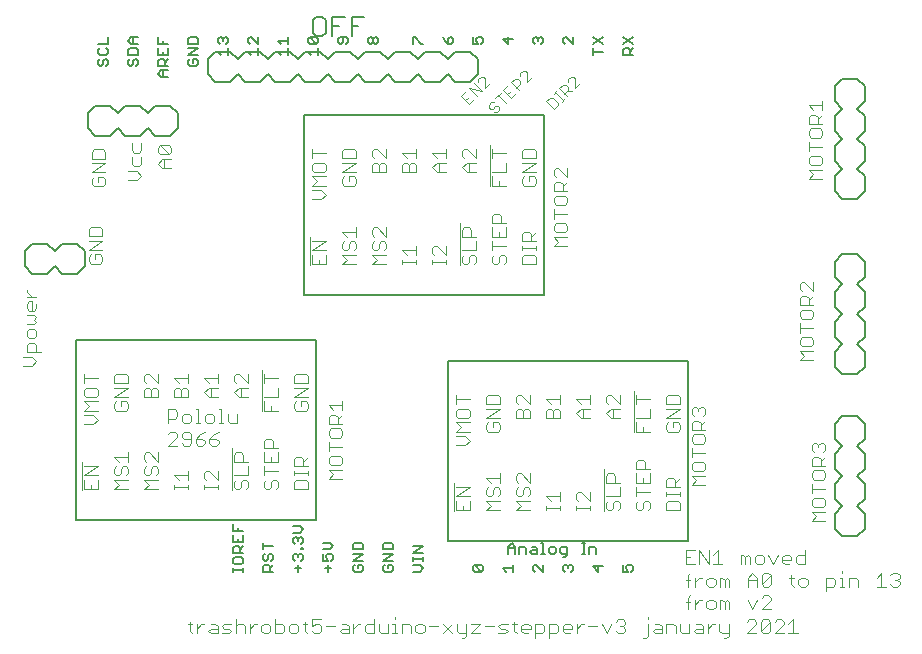
<source format=gto>
G75*
%MOIN*%
%OFA0B0*%
%FSLAX25Y25*%
%IPPOS*%
%LPD*%
%AMOC8*
5,1,8,0,0,1.08239X$1,22.5*
%
%ADD10C,0.00600*%
%ADD11C,0.00400*%
%ADD12C,0.00300*%
%ADD13C,0.00800*%
%ADD14C,0.00500*%
D10*
X0145821Y0049750D02*
X0145821Y0050884D01*
X0145821Y0050317D02*
X0149224Y0050317D01*
X0149224Y0049750D02*
X0149224Y0050884D01*
X0148656Y0052205D02*
X0149224Y0052773D01*
X0149224Y0053907D01*
X0148656Y0054474D01*
X0146388Y0054474D01*
X0145821Y0053907D01*
X0145821Y0052773D01*
X0146388Y0052205D01*
X0148656Y0052205D01*
X0148089Y0055889D02*
X0148089Y0057590D01*
X0147522Y0058157D01*
X0146388Y0058157D01*
X0145821Y0057590D01*
X0145821Y0055889D01*
X0149224Y0055889D01*
X0148089Y0057023D02*
X0149224Y0058157D01*
X0149224Y0059572D02*
X0149224Y0061840D01*
X0149224Y0063255D02*
X0145821Y0063255D01*
X0145821Y0065523D01*
X0147522Y0064389D02*
X0147522Y0063255D01*
X0145821Y0061840D02*
X0145821Y0059572D01*
X0149224Y0059572D01*
X0147522Y0059572D02*
X0147522Y0060706D01*
X0155821Y0059385D02*
X0155821Y0057116D01*
X0155821Y0058251D02*
X0159224Y0058251D01*
X0158656Y0055702D02*
X0159224Y0055135D01*
X0159224Y0054000D01*
X0158656Y0053433D01*
X0157522Y0054000D02*
X0157522Y0055135D01*
X0158089Y0055702D01*
X0158656Y0055702D01*
X0157522Y0054000D02*
X0156955Y0053433D01*
X0156388Y0053433D01*
X0155821Y0054000D01*
X0155821Y0055135D01*
X0156388Y0055702D01*
X0156388Y0052019D02*
X0155821Y0051451D01*
X0155821Y0049750D01*
X0159224Y0049750D01*
X0158089Y0049750D02*
X0158089Y0051451D01*
X0157522Y0052019D01*
X0156388Y0052019D01*
X0158089Y0050884D02*
X0159224Y0052019D01*
X0165821Y0054000D02*
X0165821Y0055135D01*
X0166388Y0055702D01*
X0166955Y0055702D01*
X0167522Y0055135D01*
X0168089Y0055702D01*
X0168656Y0055702D01*
X0169224Y0055135D01*
X0169224Y0054000D01*
X0168656Y0053433D01*
X0167522Y0054567D02*
X0167522Y0055135D01*
X0165821Y0054000D02*
X0166388Y0053433D01*
X0167522Y0052019D02*
X0167522Y0049750D01*
X0166388Y0050884D02*
X0168656Y0050884D01*
X0168656Y0057116D02*
X0168656Y0057683D01*
X0169224Y0057683D01*
X0169224Y0057116D01*
X0168656Y0057116D01*
X0168656Y0058958D02*
X0169224Y0059525D01*
X0169224Y0060659D01*
X0168656Y0061226D01*
X0168089Y0061226D01*
X0167522Y0060659D01*
X0167522Y0060092D01*
X0167522Y0060659D02*
X0166955Y0061226D01*
X0166388Y0061226D01*
X0165821Y0060659D01*
X0165821Y0059525D01*
X0166388Y0058958D01*
X0165821Y0062641D02*
X0168089Y0062641D01*
X0169224Y0063775D01*
X0168089Y0064910D01*
X0165821Y0064910D01*
X0175821Y0059385D02*
X0178089Y0059385D01*
X0179224Y0058251D01*
X0178089Y0057116D01*
X0175821Y0057116D01*
X0175821Y0055702D02*
X0175821Y0053433D01*
X0177522Y0053433D01*
X0176955Y0054567D01*
X0176955Y0055135D01*
X0177522Y0055702D01*
X0178656Y0055702D01*
X0179224Y0055135D01*
X0179224Y0054000D01*
X0178656Y0053433D01*
X0177522Y0052019D02*
X0177522Y0049750D01*
X0176388Y0050884D02*
X0178656Y0050884D01*
X0185821Y0050317D02*
X0186388Y0049750D01*
X0188656Y0049750D01*
X0189224Y0050317D01*
X0189224Y0051451D01*
X0188656Y0052019D01*
X0187522Y0052019D01*
X0187522Y0050884D01*
X0186388Y0052019D02*
X0185821Y0051451D01*
X0185821Y0050317D01*
X0185821Y0053433D02*
X0189224Y0055702D01*
X0185821Y0055702D01*
X0185821Y0057116D02*
X0185821Y0058818D01*
X0186388Y0059385D01*
X0188656Y0059385D01*
X0189224Y0058818D01*
X0189224Y0057116D01*
X0185821Y0057116D01*
X0185821Y0053433D02*
X0189224Y0053433D01*
X0195821Y0053433D02*
X0199224Y0055702D01*
X0195821Y0055702D01*
X0195821Y0057116D02*
X0195821Y0058818D01*
X0196388Y0059385D01*
X0198656Y0059385D01*
X0199224Y0058818D01*
X0199224Y0057116D01*
X0195821Y0057116D01*
X0195821Y0053433D02*
X0199224Y0053433D01*
X0198656Y0052019D02*
X0197522Y0052019D01*
X0197522Y0050884D01*
X0196388Y0049750D02*
X0198656Y0049750D01*
X0199224Y0050317D01*
X0199224Y0051451D01*
X0198656Y0052019D01*
X0196388Y0052019D02*
X0195821Y0051451D01*
X0195821Y0050317D01*
X0196388Y0049750D01*
X0205821Y0049750D02*
X0208089Y0049750D01*
X0209224Y0050884D01*
X0208089Y0052019D01*
X0205821Y0052019D01*
X0205821Y0053433D02*
X0205821Y0054567D01*
X0205821Y0054000D02*
X0209224Y0054000D01*
X0209224Y0053433D02*
X0209224Y0054567D01*
X0209224Y0055889D02*
X0205821Y0055889D01*
X0209224Y0058157D01*
X0205821Y0058157D01*
X0225821Y0051451D02*
X0226388Y0052019D01*
X0228656Y0049750D01*
X0229224Y0050317D01*
X0229224Y0051451D01*
X0228656Y0052019D01*
X0226388Y0052019D01*
X0225821Y0051451D02*
X0225821Y0050317D01*
X0226388Y0049750D01*
X0228656Y0049750D01*
X0235821Y0050884D02*
X0236955Y0049750D01*
X0235821Y0050884D02*
X0239224Y0050884D01*
X0239224Y0049750D02*
X0239224Y0052019D01*
X0239899Y0055750D02*
X0239899Y0058019D01*
X0238765Y0059153D01*
X0237631Y0058019D01*
X0237631Y0055750D01*
X0237631Y0057451D02*
X0239899Y0057451D01*
X0241314Y0058019D02*
X0243015Y0058019D01*
X0243582Y0057451D01*
X0243582Y0055750D01*
X0244997Y0056317D02*
X0245564Y0056884D01*
X0247266Y0056884D01*
X0247266Y0057451D02*
X0247266Y0055750D01*
X0245564Y0055750D01*
X0244997Y0056317D01*
X0245564Y0058019D02*
X0246698Y0058019D01*
X0247266Y0057451D01*
X0248680Y0055750D02*
X0249814Y0055750D01*
X0249247Y0055750D02*
X0249247Y0059153D01*
X0248680Y0059153D01*
X0251136Y0057451D02*
X0251136Y0056317D01*
X0251703Y0055750D01*
X0252837Y0055750D01*
X0253404Y0056317D01*
X0253404Y0057451D01*
X0252837Y0058019D01*
X0251703Y0058019D01*
X0251136Y0057451D01*
X0254819Y0057451D02*
X0254819Y0056317D01*
X0255386Y0055750D01*
X0257087Y0055750D01*
X0257087Y0055183D02*
X0257087Y0058019D01*
X0255386Y0058019D01*
X0254819Y0057451D01*
X0257087Y0055183D02*
X0256520Y0054616D01*
X0255953Y0054616D01*
X0256388Y0052019D02*
X0256955Y0052019D01*
X0257522Y0051451D01*
X0258089Y0052019D01*
X0258656Y0052019D01*
X0259224Y0051451D01*
X0259224Y0050317D01*
X0258656Y0049750D01*
X0257522Y0050884D02*
X0257522Y0051451D01*
X0256388Y0052019D02*
X0255821Y0051451D01*
X0255821Y0050317D01*
X0256388Y0049750D01*
X0249224Y0049750D02*
X0246955Y0052019D01*
X0246388Y0052019D01*
X0245821Y0051451D01*
X0245821Y0050317D01*
X0246388Y0049750D01*
X0249224Y0049750D02*
X0249224Y0052019D01*
X0241314Y0055750D02*
X0241314Y0058019D01*
X0262185Y0059153D02*
X0263319Y0059153D01*
X0262752Y0059153D02*
X0262752Y0055750D01*
X0262185Y0055750D02*
X0263319Y0055750D01*
X0264640Y0055750D02*
X0264640Y0058019D01*
X0266342Y0058019D01*
X0266909Y0057451D01*
X0266909Y0055750D01*
X0267522Y0052019D02*
X0267522Y0049750D01*
X0265821Y0051451D01*
X0269224Y0051451D01*
X0275821Y0052019D02*
X0275821Y0049750D01*
X0277522Y0049750D01*
X0276955Y0050884D01*
X0276955Y0051451D01*
X0277522Y0052019D01*
X0278656Y0052019D01*
X0279224Y0051451D01*
X0279224Y0050317D01*
X0278656Y0049750D01*
X0124224Y0214567D02*
X0121955Y0214567D01*
X0120821Y0215702D01*
X0121955Y0216836D01*
X0124224Y0216836D01*
X0124224Y0218251D02*
X0120821Y0218251D01*
X0120821Y0219952D01*
X0121388Y0220519D01*
X0122522Y0220519D01*
X0123089Y0219952D01*
X0123089Y0218251D01*
X0123089Y0219385D02*
X0124224Y0220519D01*
X0124224Y0221934D02*
X0120821Y0221934D01*
X0120821Y0224202D01*
X0120821Y0225617D02*
X0120821Y0227885D01*
X0122522Y0226751D02*
X0122522Y0225617D01*
X0120821Y0225617D02*
X0124224Y0225617D01*
X0124224Y0224202D02*
X0124224Y0221934D01*
X0122522Y0221934D02*
X0122522Y0223068D01*
X0122522Y0216836D02*
X0122522Y0214567D01*
X0114224Y0218818D02*
X0114224Y0219952D01*
X0113656Y0220519D01*
X0113089Y0220519D01*
X0112522Y0219952D01*
X0112522Y0218818D01*
X0111955Y0218251D01*
X0111388Y0218251D01*
X0110821Y0218818D01*
X0110821Y0219952D01*
X0111388Y0220519D01*
X0110821Y0221934D02*
X0110821Y0223635D01*
X0111388Y0224202D01*
X0113656Y0224202D01*
X0114224Y0223635D01*
X0114224Y0221934D01*
X0110821Y0221934D01*
X0111955Y0225617D02*
X0110821Y0226751D01*
X0111955Y0227885D01*
X0114224Y0227885D01*
X0112522Y0227885D02*
X0112522Y0225617D01*
X0111955Y0225617D02*
X0114224Y0225617D01*
X0104224Y0225617D02*
X0104224Y0227885D01*
X0104224Y0225617D02*
X0100821Y0225617D01*
X0101388Y0224202D02*
X0100821Y0223635D01*
X0100821Y0222501D01*
X0101388Y0221934D01*
X0103656Y0221934D01*
X0104224Y0222501D01*
X0104224Y0223635D01*
X0103656Y0224202D01*
X0103656Y0220519D02*
X0104224Y0219952D01*
X0104224Y0218818D01*
X0103656Y0218251D01*
X0102522Y0218818D02*
X0102522Y0219952D01*
X0103089Y0220519D01*
X0103656Y0220519D01*
X0102522Y0218818D02*
X0101955Y0218251D01*
X0101388Y0218251D01*
X0100821Y0218818D01*
X0100821Y0219952D01*
X0101388Y0220519D01*
X0113656Y0218251D02*
X0114224Y0218818D01*
X0130821Y0218818D02*
X0131388Y0218251D01*
X0133656Y0218251D01*
X0134224Y0218818D01*
X0134224Y0219952D01*
X0133656Y0220519D01*
X0132522Y0220519D01*
X0132522Y0219385D01*
X0131388Y0220519D02*
X0130821Y0219952D01*
X0130821Y0218818D01*
X0130821Y0221934D02*
X0134224Y0224202D01*
X0130821Y0224202D01*
X0130821Y0225617D02*
X0130821Y0227318D01*
X0131388Y0227885D01*
X0133656Y0227885D01*
X0134224Y0227318D01*
X0134224Y0225617D01*
X0130821Y0225617D01*
X0130821Y0221934D02*
X0134224Y0221934D01*
X0140821Y0223068D02*
X0144224Y0223068D01*
X0144224Y0221934D02*
X0144224Y0224202D01*
X0143656Y0225617D02*
X0144224Y0226184D01*
X0144224Y0227318D01*
X0143656Y0227885D01*
X0143089Y0227885D01*
X0142522Y0227318D01*
X0142522Y0226751D01*
X0142522Y0227318D02*
X0141955Y0227885D01*
X0141388Y0227885D01*
X0140821Y0227318D01*
X0140821Y0226184D01*
X0141388Y0225617D01*
X0140821Y0223068D02*
X0141955Y0221934D01*
X0150821Y0223068D02*
X0154224Y0223068D01*
X0154224Y0221934D02*
X0154224Y0224202D01*
X0154224Y0225617D02*
X0151955Y0227885D01*
X0151388Y0227885D01*
X0150821Y0227318D01*
X0150821Y0226184D01*
X0151388Y0225617D01*
X0150821Y0223068D02*
X0151955Y0221934D01*
X0154224Y0225617D02*
X0154224Y0227885D01*
X0160821Y0226751D02*
X0161955Y0225617D01*
X0160821Y0226751D02*
X0164224Y0226751D01*
X0164224Y0225617D02*
X0164224Y0227885D01*
X0164224Y0224202D02*
X0164224Y0221934D01*
X0164224Y0223068D02*
X0160821Y0223068D01*
X0161955Y0221934D01*
X0170821Y0223068D02*
X0174224Y0223068D01*
X0174224Y0221934D02*
X0174224Y0224202D01*
X0173656Y0225617D02*
X0171388Y0227885D01*
X0173656Y0227885D01*
X0174224Y0227318D01*
X0174224Y0226184D01*
X0173656Y0225617D01*
X0171388Y0225617D01*
X0170821Y0226184D01*
X0170821Y0227318D01*
X0171388Y0227885D01*
X0172487Y0229368D02*
X0173555Y0228300D01*
X0175690Y0228300D01*
X0176757Y0229368D01*
X0176757Y0233638D01*
X0175690Y0234705D01*
X0173555Y0234705D01*
X0172487Y0233638D01*
X0172487Y0229368D01*
X0178933Y0228300D02*
X0178933Y0234705D01*
X0183203Y0234705D01*
X0185378Y0234705D02*
X0189648Y0234705D01*
X0185378Y0234705D02*
X0185378Y0228300D01*
X0184224Y0227318D02*
X0183656Y0227885D01*
X0181388Y0227885D01*
X0180821Y0227318D01*
X0180821Y0226184D01*
X0181388Y0225617D01*
X0181955Y0225617D01*
X0182522Y0226184D01*
X0182522Y0227885D01*
X0184224Y0227318D02*
X0184224Y0226184D01*
X0183656Y0225617D01*
X0185378Y0231503D02*
X0187513Y0231503D01*
X0191388Y0227885D02*
X0191955Y0227885D01*
X0192522Y0227318D01*
X0192522Y0226184D01*
X0191955Y0225617D01*
X0191388Y0225617D01*
X0190821Y0226184D01*
X0190821Y0227318D01*
X0191388Y0227885D01*
X0192522Y0227318D02*
X0193089Y0227885D01*
X0193656Y0227885D01*
X0194224Y0227318D01*
X0194224Y0226184D01*
X0193656Y0225617D01*
X0193089Y0225617D01*
X0192522Y0226184D01*
X0181068Y0231503D02*
X0178933Y0231503D01*
X0170821Y0223068D02*
X0171955Y0221934D01*
X0205821Y0225617D02*
X0205821Y0227885D01*
X0206388Y0227885D01*
X0208656Y0225617D01*
X0209224Y0225617D01*
X0215821Y0227885D02*
X0216388Y0226751D01*
X0217522Y0225617D01*
X0217522Y0227318D01*
X0218089Y0227885D01*
X0218656Y0227885D01*
X0219224Y0227318D01*
X0219224Y0226184D01*
X0218656Y0225617D01*
X0217522Y0225617D01*
X0225821Y0225617D02*
X0227522Y0225617D01*
X0226955Y0226751D01*
X0226955Y0227318D01*
X0227522Y0227885D01*
X0228656Y0227885D01*
X0229224Y0227318D01*
X0229224Y0226184D01*
X0228656Y0225617D01*
X0225821Y0225617D02*
X0225821Y0227885D01*
X0235821Y0227318D02*
X0237522Y0225617D01*
X0237522Y0227885D01*
X0239224Y0227318D02*
X0235821Y0227318D01*
X0245821Y0227318D02*
X0245821Y0226184D01*
X0246388Y0225617D01*
X0247522Y0226751D02*
X0247522Y0227318D01*
X0248089Y0227885D01*
X0248656Y0227885D01*
X0249224Y0227318D01*
X0249224Y0226184D01*
X0248656Y0225617D01*
X0247522Y0227318D02*
X0246955Y0227885D01*
X0246388Y0227885D01*
X0245821Y0227318D01*
X0255821Y0227318D02*
X0255821Y0226184D01*
X0256388Y0225617D01*
X0255821Y0227318D02*
X0256388Y0227885D01*
X0256955Y0227885D01*
X0259224Y0225617D01*
X0259224Y0227885D01*
X0265821Y0227885D02*
X0269224Y0225617D01*
X0269224Y0227885D02*
X0265821Y0225617D01*
X0265821Y0224202D02*
X0265821Y0221934D01*
X0265821Y0223068D02*
X0269224Y0223068D01*
X0275821Y0223635D02*
X0276388Y0224202D01*
X0277522Y0224202D01*
X0278089Y0223635D01*
X0278089Y0221934D01*
X0278089Y0223068D02*
X0279224Y0224202D01*
X0279224Y0225617D02*
X0275821Y0227885D01*
X0275821Y0225617D02*
X0279224Y0227885D01*
X0275821Y0223635D02*
X0275821Y0221934D01*
X0279224Y0221934D01*
D11*
X0246824Y0189898D02*
X0246056Y0190665D01*
X0242987Y0190665D01*
X0242220Y0189898D01*
X0242220Y0187596D01*
X0246824Y0187596D01*
X0246824Y0189898D01*
X0246824Y0186061D02*
X0242220Y0186061D01*
X0242220Y0182992D02*
X0246824Y0186061D01*
X0246824Y0182992D02*
X0242220Y0182992D01*
X0242987Y0181457D02*
X0242220Y0180690D01*
X0242220Y0179156D01*
X0242987Y0178388D01*
X0246056Y0178388D01*
X0246824Y0179156D01*
X0246824Y0180690D01*
X0246056Y0181457D01*
X0244522Y0181457D01*
X0244522Y0179923D01*
X0236824Y0178388D02*
X0232220Y0178388D01*
X0232220Y0181457D01*
X0232220Y0182992D02*
X0236824Y0182992D01*
X0236824Y0186061D01*
X0236824Y0189131D02*
X0232220Y0189131D01*
X0232220Y0190665D02*
X0232220Y0187596D01*
X0231424Y0192000D02*
X0231424Y0178188D01*
X0234522Y0178388D02*
X0234522Y0179923D01*
X0226824Y0182992D02*
X0223754Y0182992D01*
X0222220Y0184527D01*
X0223754Y0186061D01*
X0226824Y0186061D01*
X0226824Y0187596D02*
X0223754Y0190665D01*
X0222987Y0190665D01*
X0222220Y0189898D01*
X0222220Y0188363D01*
X0222987Y0187596D01*
X0224522Y0186061D02*
X0224522Y0182992D01*
X0226824Y0187596D02*
X0226824Y0190665D01*
X0216824Y0190665D02*
X0216824Y0187596D01*
X0216824Y0186061D02*
X0213754Y0186061D01*
X0212220Y0184527D01*
X0213754Y0182992D01*
X0216824Y0182992D01*
X0214522Y0182992D02*
X0214522Y0186061D01*
X0213754Y0187596D02*
X0212220Y0189131D01*
X0216824Y0189131D01*
X0206824Y0189131D02*
X0202220Y0189131D01*
X0203754Y0187596D01*
X0203754Y0186061D02*
X0204522Y0185294D01*
X0204522Y0182992D01*
X0206824Y0182992D02*
X0202220Y0182992D01*
X0202220Y0185294D01*
X0202987Y0186061D01*
X0203754Y0186061D01*
X0204522Y0185294D02*
X0205289Y0186061D01*
X0206056Y0186061D01*
X0206824Y0185294D01*
X0206824Y0182992D01*
X0206824Y0187596D02*
X0206824Y0190665D01*
X0196824Y0190665D02*
X0196824Y0187596D01*
X0193754Y0190665D01*
X0192987Y0190665D01*
X0192220Y0189898D01*
X0192220Y0188363D01*
X0192987Y0187596D01*
X0192987Y0186061D02*
X0193754Y0186061D01*
X0194522Y0185294D01*
X0194522Y0182992D01*
X0196824Y0182992D02*
X0196824Y0185294D01*
X0196056Y0186061D01*
X0195289Y0186061D01*
X0194522Y0185294D01*
X0192987Y0186061D02*
X0192220Y0185294D01*
X0192220Y0182992D01*
X0196824Y0182992D01*
X0186824Y0182992D02*
X0182220Y0182992D01*
X0186824Y0186061D01*
X0182220Y0186061D01*
X0182220Y0187596D02*
X0182220Y0189898D01*
X0182987Y0190665D01*
X0186056Y0190665D01*
X0186824Y0189898D01*
X0186824Y0187596D01*
X0182220Y0187596D01*
X0176824Y0189131D02*
X0172220Y0189131D01*
X0172220Y0190665D02*
X0172220Y0187596D01*
X0172987Y0186061D02*
X0172220Y0185294D01*
X0172220Y0183759D01*
X0172987Y0182992D01*
X0176056Y0182992D01*
X0176824Y0183759D01*
X0176824Y0185294D01*
X0176056Y0186061D01*
X0172987Y0186061D01*
X0172220Y0181457D02*
X0176824Y0181457D01*
X0176824Y0178388D02*
X0172220Y0178388D01*
X0173754Y0179923D01*
X0172220Y0181457D01*
X0172220Y0176854D02*
X0175289Y0176854D01*
X0176824Y0175319D01*
X0175289Y0173784D01*
X0172220Y0173784D01*
X0182220Y0179156D02*
X0182987Y0178388D01*
X0186056Y0178388D01*
X0186824Y0179156D01*
X0186824Y0180690D01*
X0186056Y0181457D01*
X0184522Y0181457D01*
X0184522Y0179923D01*
X0182987Y0181457D02*
X0182220Y0180690D01*
X0182220Y0179156D01*
X0186824Y0164477D02*
X0186824Y0161408D01*
X0186824Y0162942D02*
X0182220Y0162942D01*
X0183754Y0161408D01*
X0182987Y0159873D02*
X0182220Y0159106D01*
X0182220Y0157571D01*
X0182987Y0156804D01*
X0183754Y0156804D01*
X0184522Y0157571D01*
X0184522Y0159106D01*
X0185289Y0159873D01*
X0186056Y0159873D01*
X0186824Y0159106D01*
X0186824Y0157571D01*
X0186056Y0156804D01*
X0186824Y0155269D02*
X0182220Y0155269D01*
X0183754Y0153735D01*
X0182220Y0152200D01*
X0186824Y0152200D01*
X0192220Y0152200D02*
X0193754Y0153735D01*
X0192220Y0155269D01*
X0196824Y0155269D01*
X0196056Y0156804D02*
X0196824Y0157571D01*
X0196824Y0159106D01*
X0196056Y0159873D01*
X0195289Y0159873D01*
X0194522Y0159106D01*
X0194522Y0157571D01*
X0193754Y0156804D01*
X0192987Y0156804D01*
X0192220Y0157571D01*
X0192220Y0159106D01*
X0192987Y0159873D01*
X0192987Y0161408D02*
X0192220Y0162175D01*
X0192220Y0163710D01*
X0192987Y0164477D01*
X0193754Y0164477D01*
X0196824Y0161408D01*
X0196824Y0164477D01*
X0206824Y0158339D02*
X0206824Y0155269D01*
X0206824Y0153735D02*
X0206824Y0152200D01*
X0206824Y0152967D02*
X0202220Y0152967D01*
X0202220Y0152200D02*
X0202220Y0153735D01*
X0203754Y0155269D02*
X0202220Y0156804D01*
X0206824Y0156804D01*
X0212220Y0157571D02*
X0212220Y0156037D01*
X0212987Y0155269D01*
X0212220Y0153735D02*
X0212220Y0152200D01*
X0212220Y0152967D02*
X0216824Y0152967D01*
X0216824Y0152200D02*
X0216824Y0153735D01*
X0216824Y0155269D02*
X0213754Y0158339D01*
X0212987Y0158339D01*
X0212220Y0157571D01*
X0216824Y0158339D02*
X0216824Y0155269D01*
X0222220Y0154502D02*
X0222220Y0152967D01*
X0222987Y0152200D01*
X0223754Y0152200D01*
X0224522Y0152967D01*
X0224522Y0154502D01*
X0225289Y0155269D01*
X0226056Y0155269D01*
X0226824Y0154502D01*
X0226824Y0152967D01*
X0226056Y0152200D01*
X0222987Y0155269D02*
X0222220Y0154502D01*
X0222220Y0156804D02*
X0226824Y0156804D01*
X0226824Y0159873D01*
X0226824Y0161408D02*
X0222220Y0161408D01*
X0222220Y0163710D01*
X0222987Y0164477D01*
X0224522Y0164477D01*
X0225289Y0163710D01*
X0225289Y0161408D01*
X0221424Y0165812D02*
X0221424Y0152000D01*
X0232220Y0152967D02*
X0232987Y0152200D01*
X0233754Y0152200D01*
X0234522Y0152967D01*
X0234522Y0154502D01*
X0235289Y0155269D01*
X0236056Y0155269D01*
X0236824Y0154502D01*
X0236824Y0152967D01*
X0236056Y0152200D01*
X0232220Y0152967D02*
X0232220Y0154502D01*
X0232987Y0155269D01*
X0232220Y0156804D02*
X0232220Y0159873D01*
X0232220Y0158339D02*
X0236824Y0158339D01*
X0236824Y0161408D02*
X0232220Y0161408D01*
X0232220Y0164477D01*
X0232220Y0166012D02*
X0232220Y0168314D01*
X0232987Y0169081D01*
X0234522Y0169081D01*
X0235289Y0168314D01*
X0235289Y0166012D01*
X0236824Y0166012D02*
X0232220Y0166012D01*
X0234522Y0162942D02*
X0234522Y0161408D01*
X0236824Y0161408D02*
X0236824Y0164477D01*
X0242220Y0162175D02*
X0242220Y0159873D01*
X0246824Y0159873D01*
X0246824Y0158339D02*
X0246824Y0156804D01*
X0246824Y0157571D02*
X0242220Y0157571D01*
X0242220Y0156804D02*
X0242220Y0158339D01*
X0242987Y0155269D02*
X0242220Y0154502D01*
X0242220Y0152200D01*
X0246824Y0152200D01*
X0246824Y0154502D01*
X0246056Y0155269D01*
X0242987Y0155269D01*
X0245289Y0159873D02*
X0245289Y0162175D01*
X0244522Y0162942D01*
X0242987Y0162942D01*
X0242220Y0162175D01*
X0245289Y0161408D02*
X0246824Y0162942D01*
X0252720Y0163571D02*
X0252720Y0165106D01*
X0253487Y0165873D01*
X0256556Y0165873D01*
X0257324Y0165106D01*
X0257324Y0163571D01*
X0256556Y0162804D01*
X0253487Y0162804D01*
X0252720Y0163571D01*
X0252720Y0161269D02*
X0257324Y0161269D01*
X0257324Y0158200D02*
X0252720Y0158200D01*
X0254254Y0159735D01*
X0252720Y0161269D01*
X0252720Y0167408D02*
X0252720Y0170477D01*
X0252720Y0168942D02*
X0257324Y0168942D01*
X0256556Y0172012D02*
X0257324Y0172779D01*
X0257324Y0174314D01*
X0256556Y0175081D01*
X0253487Y0175081D01*
X0252720Y0174314D01*
X0252720Y0172779D01*
X0253487Y0172012D01*
X0256556Y0172012D01*
X0255789Y0176616D02*
X0255789Y0178918D01*
X0255022Y0179685D01*
X0253487Y0179685D01*
X0252720Y0178918D01*
X0252720Y0176616D01*
X0257324Y0176616D01*
X0255789Y0178150D02*
X0257324Y0179685D01*
X0257324Y0181220D02*
X0254254Y0184289D01*
X0253487Y0184289D01*
X0252720Y0183522D01*
X0252720Y0181987D01*
X0253487Y0181220D01*
X0257324Y0181220D02*
X0257324Y0184289D01*
X0196824Y0152200D02*
X0192220Y0152200D01*
X0176824Y0152200D02*
X0176824Y0155269D01*
X0176824Y0156804D02*
X0172220Y0156804D01*
X0176824Y0159873D01*
X0172220Y0159873D01*
X0171424Y0161208D02*
X0171424Y0152000D01*
X0172220Y0152200D02*
X0176824Y0152200D01*
X0174522Y0152200D02*
X0174522Y0153735D01*
X0172220Y0155269D02*
X0172220Y0152200D01*
X0125324Y0184200D02*
X0122254Y0184200D01*
X0120720Y0185735D01*
X0122254Y0187269D01*
X0125324Y0187269D01*
X0124556Y0188804D02*
X0121487Y0191873D01*
X0124556Y0191873D01*
X0125324Y0191106D01*
X0125324Y0189571D01*
X0124556Y0188804D01*
X0121487Y0188804D01*
X0120720Y0189571D01*
X0120720Y0191106D01*
X0121487Y0191873D01*
X0123022Y0187269D02*
X0123022Y0184200D01*
X0115324Y0185571D02*
X0115324Y0187873D01*
X0114556Y0189408D02*
X0115324Y0190175D01*
X0115324Y0192477D01*
X0112254Y0192477D02*
X0112254Y0190175D01*
X0113022Y0189408D01*
X0114556Y0189408D01*
X0112254Y0187873D02*
X0112254Y0185571D01*
X0113022Y0184804D01*
X0114556Y0184804D01*
X0115324Y0185571D01*
X0113789Y0183269D02*
X0110720Y0183269D01*
X0113789Y0183269D02*
X0115324Y0181735D01*
X0113789Y0180200D01*
X0110720Y0180200D01*
X0103324Y0180502D02*
X0103324Y0178967D01*
X0102556Y0178200D01*
X0099487Y0178200D01*
X0098720Y0178967D01*
X0098720Y0180502D01*
X0099487Y0181269D01*
X0101022Y0181269D02*
X0101022Y0179735D01*
X0101022Y0181269D02*
X0102556Y0181269D01*
X0103324Y0180502D01*
X0103324Y0182804D02*
X0098720Y0182804D01*
X0103324Y0185873D01*
X0098720Y0185873D01*
X0098720Y0187408D02*
X0098720Y0189710D01*
X0099487Y0190477D01*
X0102556Y0190477D01*
X0103324Y0189710D01*
X0103324Y0187408D01*
X0098720Y0187408D01*
X0098487Y0164665D02*
X0097720Y0163898D01*
X0097720Y0161596D01*
X0102324Y0161596D01*
X0102324Y0163898D01*
X0101556Y0164665D01*
X0098487Y0164665D01*
X0097720Y0160061D02*
X0102324Y0160061D01*
X0097720Y0156992D01*
X0102324Y0156992D01*
X0101556Y0155457D02*
X0100022Y0155457D01*
X0100022Y0153923D01*
X0101556Y0155457D02*
X0102324Y0154690D01*
X0102324Y0153156D01*
X0101556Y0152388D01*
X0098487Y0152388D01*
X0097720Y0153156D01*
X0097720Y0154690D01*
X0098487Y0155457D01*
X0080324Y0141363D02*
X0077254Y0141363D01*
X0077254Y0142898D02*
X0077254Y0143665D01*
X0077254Y0142898D02*
X0078789Y0141363D01*
X0078789Y0139829D02*
X0078789Y0136759D01*
X0079556Y0136759D02*
X0078022Y0136759D01*
X0077254Y0137527D01*
X0077254Y0139061D01*
X0078022Y0139829D01*
X0078789Y0139829D01*
X0080324Y0139061D02*
X0080324Y0137527D01*
X0079556Y0136759D01*
X0079556Y0135225D02*
X0077254Y0135225D01*
X0079556Y0135225D02*
X0080324Y0134457D01*
X0079556Y0133690D01*
X0080324Y0132923D01*
X0079556Y0132155D01*
X0077254Y0132155D01*
X0078022Y0130621D02*
X0077254Y0129854D01*
X0077254Y0128319D01*
X0078022Y0127552D01*
X0079556Y0127552D01*
X0080324Y0128319D01*
X0080324Y0129854D01*
X0079556Y0130621D01*
X0078022Y0130621D01*
X0078022Y0126017D02*
X0079556Y0126017D01*
X0080324Y0125250D01*
X0080324Y0122948D01*
X0081858Y0122948D02*
X0077254Y0122948D01*
X0077254Y0125250D01*
X0078022Y0126017D01*
X0078789Y0121413D02*
X0075720Y0121413D01*
X0078789Y0121413D02*
X0080324Y0119878D01*
X0078789Y0118344D01*
X0075720Y0118344D01*
X0096220Y0115665D02*
X0096220Y0112596D01*
X0096220Y0114131D02*
X0100824Y0114131D01*
X0100056Y0111061D02*
X0096987Y0111061D01*
X0096220Y0110294D01*
X0096220Y0108759D01*
X0096987Y0107992D01*
X0100056Y0107992D01*
X0100824Y0108759D01*
X0100824Y0110294D01*
X0100056Y0111061D01*
X0100824Y0106457D02*
X0096220Y0106457D01*
X0097754Y0104923D01*
X0096220Y0103388D01*
X0100824Y0103388D01*
X0099289Y0101854D02*
X0096220Y0101854D01*
X0099289Y0101854D02*
X0100824Y0100319D01*
X0099289Y0098784D01*
X0096220Y0098784D01*
X0106220Y0104156D02*
X0106220Y0105690D01*
X0106987Y0106457D01*
X0108522Y0106457D02*
X0108522Y0104923D01*
X0108522Y0106457D02*
X0110056Y0106457D01*
X0110824Y0105690D01*
X0110824Y0104156D01*
X0110056Y0103388D01*
X0106987Y0103388D01*
X0106220Y0104156D01*
X0106220Y0107992D02*
X0110824Y0111061D01*
X0106220Y0111061D01*
X0106220Y0112596D02*
X0106220Y0114898D01*
X0106987Y0115665D01*
X0110056Y0115665D01*
X0110824Y0114898D01*
X0110824Y0112596D01*
X0106220Y0112596D01*
X0106220Y0107992D02*
X0110824Y0107992D01*
X0116220Y0107992D02*
X0116220Y0110294D01*
X0116987Y0111061D01*
X0117754Y0111061D01*
X0118522Y0110294D01*
X0118522Y0107992D01*
X0120824Y0107992D02*
X0116220Y0107992D01*
X0118522Y0110294D02*
X0119289Y0111061D01*
X0120056Y0111061D01*
X0120824Y0110294D01*
X0120824Y0107992D01*
X0126220Y0107992D02*
X0126220Y0110294D01*
X0126987Y0111061D01*
X0127754Y0111061D01*
X0128522Y0110294D01*
X0128522Y0107992D01*
X0130824Y0107992D02*
X0130824Y0110294D01*
X0130056Y0111061D01*
X0129289Y0111061D01*
X0128522Y0110294D01*
X0127754Y0112596D02*
X0126220Y0114131D01*
X0130824Y0114131D01*
X0130824Y0115665D02*
X0130824Y0112596D01*
X0136220Y0114131D02*
X0140824Y0114131D01*
X0140824Y0115665D02*
X0140824Y0112596D01*
X0140824Y0111061D02*
X0137754Y0111061D01*
X0136220Y0109527D01*
X0137754Y0107992D01*
X0140824Y0107992D01*
X0138522Y0107992D02*
X0138522Y0111061D01*
X0137754Y0112596D02*
X0136220Y0114131D01*
X0130824Y0107992D02*
X0126220Y0107992D01*
X0126471Y0103804D02*
X0127239Y0103037D01*
X0127239Y0101502D01*
X0126471Y0100735D01*
X0124169Y0100735D01*
X0124169Y0099200D02*
X0124169Y0103804D01*
X0126471Y0103804D01*
X0128773Y0101502D02*
X0128773Y0099967D01*
X0129541Y0099200D01*
X0131075Y0099200D01*
X0131843Y0099967D01*
X0131843Y0101502D01*
X0131075Y0102269D01*
X0129541Y0102269D01*
X0128773Y0101502D01*
X0133377Y0103804D02*
X0134144Y0103804D01*
X0134144Y0099200D01*
X0133377Y0099200D02*
X0134912Y0099200D01*
X0136446Y0099967D02*
X0137214Y0099200D01*
X0138748Y0099200D01*
X0139516Y0099967D01*
X0139516Y0101502D01*
X0138748Y0102269D01*
X0137214Y0102269D01*
X0136446Y0101502D01*
X0136446Y0099967D01*
X0141050Y0099200D02*
X0142585Y0099200D01*
X0141818Y0099200D02*
X0141818Y0103804D01*
X0141050Y0103804D01*
X0144120Y0102269D02*
X0144120Y0099967D01*
X0144887Y0099200D01*
X0147189Y0099200D01*
X0147189Y0102269D01*
X0147754Y0107992D02*
X0146220Y0109527D01*
X0147754Y0111061D01*
X0150824Y0111061D01*
X0150824Y0112596D02*
X0147754Y0115665D01*
X0146987Y0115665D01*
X0146220Y0114898D01*
X0146220Y0113363D01*
X0146987Y0112596D01*
X0148522Y0111061D02*
X0148522Y0107992D01*
X0147754Y0107992D02*
X0150824Y0107992D01*
X0156220Y0107992D02*
X0160824Y0107992D01*
X0160824Y0111061D01*
X0160824Y0114131D02*
X0156220Y0114131D01*
X0156220Y0115665D02*
X0156220Y0112596D01*
X0155424Y0117000D02*
X0155424Y0103188D01*
X0156220Y0103388D02*
X0156220Y0106457D01*
X0158522Y0104923D02*
X0158522Y0103388D01*
X0160824Y0103388D02*
X0156220Y0103388D01*
X0166220Y0104156D02*
X0166987Y0103388D01*
X0170056Y0103388D01*
X0170824Y0104156D01*
X0170824Y0105690D01*
X0170056Y0106457D01*
X0168522Y0106457D01*
X0168522Y0104923D01*
X0166987Y0106457D02*
X0166220Y0105690D01*
X0166220Y0104156D01*
X0166220Y0107992D02*
X0170824Y0111061D01*
X0166220Y0111061D01*
X0166220Y0112596D02*
X0166220Y0114898D01*
X0166987Y0115665D01*
X0170056Y0115665D01*
X0170824Y0114898D01*
X0170824Y0112596D01*
X0166220Y0112596D01*
X0166220Y0107992D02*
X0170824Y0107992D01*
X0177720Y0105131D02*
X0182324Y0105131D01*
X0182324Y0106665D02*
X0182324Y0103596D01*
X0182324Y0102061D02*
X0180789Y0100527D01*
X0180789Y0101294D02*
X0180789Y0098992D01*
X0182324Y0098992D02*
X0177720Y0098992D01*
X0177720Y0101294D01*
X0178487Y0102061D01*
X0180022Y0102061D01*
X0180789Y0101294D01*
X0179254Y0103596D02*
X0177720Y0105131D01*
X0178487Y0097457D02*
X0177720Y0096690D01*
X0177720Y0095155D01*
X0178487Y0094388D01*
X0181556Y0094388D01*
X0182324Y0095155D01*
X0182324Y0096690D01*
X0181556Y0097457D01*
X0178487Y0097457D01*
X0177720Y0092854D02*
X0177720Y0089784D01*
X0177720Y0091319D02*
X0182324Y0091319D01*
X0181556Y0088250D02*
X0178487Y0088250D01*
X0177720Y0087482D01*
X0177720Y0085948D01*
X0178487Y0085180D01*
X0181556Y0085180D01*
X0182324Y0085948D01*
X0182324Y0087482D01*
X0181556Y0088250D01*
X0182324Y0083646D02*
X0177720Y0083646D01*
X0179254Y0082111D01*
X0177720Y0080576D01*
X0182324Y0080576D01*
X0170824Y0079502D02*
X0170056Y0080269D01*
X0166987Y0080269D01*
X0166220Y0079502D01*
X0166220Y0077200D01*
X0170824Y0077200D01*
X0170824Y0079502D01*
X0170824Y0081804D02*
X0170824Y0083339D01*
X0170824Y0082571D02*
X0166220Y0082571D01*
X0166220Y0081804D02*
X0166220Y0083339D01*
X0166220Y0084873D02*
X0166220Y0087175D01*
X0166987Y0087942D01*
X0168522Y0087942D01*
X0169289Y0087175D01*
X0169289Y0084873D01*
X0170824Y0084873D02*
X0166220Y0084873D01*
X0169289Y0086408D02*
X0170824Y0087942D01*
X0160824Y0086408D02*
X0160824Y0089477D01*
X0160824Y0091012D02*
X0156220Y0091012D01*
X0156220Y0093314D01*
X0156987Y0094081D01*
X0158522Y0094081D01*
X0159289Y0093314D01*
X0159289Y0091012D01*
X0158522Y0087942D02*
X0158522Y0086408D01*
X0156220Y0086408D02*
X0160824Y0086408D01*
X0160824Y0083339D02*
X0156220Y0083339D01*
X0156220Y0084873D02*
X0156220Y0081804D01*
X0156987Y0080269D02*
X0156220Y0079502D01*
X0156220Y0077967D01*
X0156987Y0077200D01*
X0157754Y0077200D01*
X0158522Y0077967D01*
X0158522Y0079502D01*
X0159289Y0080269D01*
X0160056Y0080269D01*
X0160824Y0079502D01*
X0160824Y0077967D01*
X0160056Y0077200D01*
X0150824Y0077967D02*
X0150056Y0077200D01*
X0150824Y0077967D02*
X0150824Y0079502D01*
X0150056Y0080269D01*
X0149289Y0080269D01*
X0148522Y0079502D01*
X0148522Y0077967D01*
X0147754Y0077200D01*
X0146987Y0077200D01*
X0146220Y0077967D01*
X0146220Y0079502D01*
X0146987Y0080269D01*
X0146220Y0081804D02*
X0150824Y0081804D01*
X0150824Y0084873D01*
X0150824Y0086408D02*
X0146220Y0086408D01*
X0146220Y0088710D01*
X0146987Y0089477D01*
X0148522Y0089477D01*
X0149289Y0088710D01*
X0149289Y0086408D01*
X0156220Y0086408D02*
X0156220Y0089477D01*
X0145424Y0090812D02*
X0145424Y0077000D01*
X0140824Y0077200D02*
X0140824Y0078735D01*
X0140824Y0077967D02*
X0136220Y0077967D01*
X0136220Y0077200D02*
X0136220Y0078735D01*
X0136987Y0080269D02*
X0136220Y0081037D01*
X0136220Y0082571D01*
X0136987Y0083339D01*
X0137754Y0083339D01*
X0140824Y0080269D01*
X0140824Y0083339D01*
X0130824Y0083339D02*
X0130824Y0080269D01*
X0130824Y0078735D02*
X0130824Y0077200D01*
X0130824Y0077967D02*
X0126220Y0077967D01*
X0126220Y0077200D02*
X0126220Y0078735D01*
X0127754Y0080269D02*
X0126220Y0081804D01*
X0130824Y0081804D01*
X0120824Y0082571D02*
X0120056Y0081804D01*
X0120824Y0082571D02*
X0120824Y0084106D01*
X0120056Y0084873D01*
X0119289Y0084873D01*
X0118522Y0084106D01*
X0118522Y0082571D01*
X0117754Y0081804D01*
X0116987Y0081804D01*
X0116220Y0082571D01*
X0116220Y0084106D01*
X0116987Y0084873D01*
X0116987Y0086408D02*
X0116220Y0087175D01*
X0116220Y0088710D01*
X0116987Y0089477D01*
X0117754Y0089477D01*
X0120824Y0086408D01*
X0120824Y0089477D01*
X0124169Y0091700D02*
X0127239Y0094769D01*
X0127239Y0095537D01*
X0126471Y0096304D01*
X0124937Y0096304D01*
X0124169Y0095537D01*
X0128773Y0095537D02*
X0128773Y0094769D01*
X0129541Y0094002D01*
X0131843Y0094002D01*
X0133377Y0094002D02*
X0135679Y0094002D01*
X0136446Y0093235D01*
X0136446Y0092467D01*
X0135679Y0091700D01*
X0134144Y0091700D01*
X0133377Y0092467D01*
X0133377Y0094002D01*
X0134912Y0095537D01*
X0136446Y0096304D01*
X0137981Y0094002D02*
X0140283Y0094002D01*
X0141050Y0093235D01*
X0141050Y0092467D01*
X0140283Y0091700D01*
X0138748Y0091700D01*
X0137981Y0092467D01*
X0137981Y0094002D01*
X0139516Y0095537D01*
X0141050Y0096304D01*
X0131843Y0095537D02*
X0131843Y0092467D01*
X0131075Y0091700D01*
X0129541Y0091700D01*
X0128773Y0092467D01*
X0127239Y0091700D02*
X0124169Y0091700D01*
X0128773Y0095537D02*
X0129541Y0096304D01*
X0131075Y0096304D01*
X0131843Y0095537D01*
X0120824Y0080269D02*
X0116220Y0080269D01*
X0117754Y0078735D01*
X0116220Y0077200D01*
X0120824Y0077200D01*
X0110824Y0077200D02*
X0106220Y0077200D01*
X0107754Y0078735D01*
X0106220Y0080269D01*
X0110824Y0080269D01*
X0110056Y0081804D02*
X0110824Y0082571D01*
X0110824Y0084106D01*
X0110056Y0084873D01*
X0109289Y0084873D01*
X0108522Y0084106D01*
X0108522Y0082571D01*
X0107754Y0081804D01*
X0106987Y0081804D01*
X0106220Y0082571D01*
X0106220Y0084106D01*
X0106987Y0084873D01*
X0107754Y0086408D02*
X0106220Y0087942D01*
X0110824Y0087942D01*
X0110824Y0086408D02*
X0110824Y0089477D01*
X0100824Y0084873D02*
X0096220Y0084873D01*
X0095424Y0086208D02*
X0095424Y0077000D01*
X0096220Y0077200D02*
X0100824Y0077200D01*
X0100824Y0080269D01*
X0100824Y0081804D02*
X0096220Y0081804D01*
X0100824Y0084873D01*
X0096220Y0080269D02*
X0096220Y0077200D01*
X0098522Y0077200D02*
X0098522Y0078735D01*
X0116987Y0112596D02*
X0116220Y0113363D01*
X0116220Y0114898D01*
X0116987Y0115665D01*
X0117754Y0115665D01*
X0120824Y0112596D01*
X0120824Y0115665D01*
X0150824Y0115665D02*
X0150824Y0112596D01*
X0219424Y0079208D02*
X0219424Y0070000D01*
X0220220Y0070200D02*
X0220220Y0073269D01*
X0220220Y0074804D02*
X0224824Y0077873D01*
X0220220Y0077873D01*
X0220220Y0074804D02*
X0224824Y0074804D01*
X0224824Y0073269D02*
X0224824Y0070200D01*
X0220220Y0070200D01*
X0222522Y0070200D02*
X0222522Y0071735D01*
X0230220Y0073269D02*
X0234824Y0073269D01*
X0234056Y0074804D02*
X0234824Y0075571D01*
X0234824Y0077106D01*
X0234056Y0077873D01*
X0233289Y0077873D01*
X0232522Y0077106D01*
X0232522Y0075571D01*
X0231754Y0074804D01*
X0230987Y0074804D01*
X0230220Y0075571D01*
X0230220Y0077106D01*
X0230987Y0077873D01*
X0231754Y0079408D02*
X0230220Y0080942D01*
X0234824Y0080942D01*
X0234824Y0079408D02*
X0234824Y0082477D01*
X0240220Y0081710D02*
X0240220Y0080175D01*
X0240987Y0079408D01*
X0240987Y0077873D02*
X0240220Y0077106D01*
X0240220Y0075571D01*
X0240987Y0074804D01*
X0241754Y0074804D01*
X0242522Y0075571D01*
X0242522Y0077106D01*
X0243289Y0077873D01*
X0244056Y0077873D01*
X0244824Y0077106D01*
X0244824Y0075571D01*
X0244056Y0074804D01*
X0244824Y0073269D02*
X0240220Y0073269D01*
X0241754Y0071735D01*
X0240220Y0070200D01*
X0244824Y0070200D01*
X0250220Y0070200D02*
X0250220Y0071735D01*
X0250220Y0070967D02*
X0254824Y0070967D01*
X0254824Y0070200D02*
X0254824Y0071735D01*
X0254824Y0073269D02*
X0254824Y0076339D01*
X0254824Y0074804D02*
X0250220Y0074804D01*
X0251754Y0073269D01*
X0260220Y0074037D02*
X0260987Y0073269D01*
X0260220Y0074037D02*
X0260220Y0075571D01*
X0260987Y0076339D01*
X0261754Y0076339D01*
X0264824Y0073269D01*
X0264824Y0076339D01*
X0270220Y0074804D02*
X0274824Y0074804D01*
X0274824Y0077873D01*
X0274824Y0079408D02*
X0270220Y0079408D01*
X0270220Y0081710D01*
X0270987Y0082477D01*
X0272522Y0082477D01*
X0273289Y0081710D01*
X0273289Y0079408D01*
X0269424Y0083812D02*
X0269424Y0070000D01*
X0270220Y0070967D02*
X0270987Y0070200D01*
X0271754Y0070200D01*
X0272522Y0070967D01*
X0272522Y0072502D01*
X0273289Y0073269D01*
X0274056Y0073269D01*
X0274824Y0072502D01*
X0274824Y0070967D01*
X0274056Y0070200D01*
X0270220Y0070967D02*
X0270220Y0072502D01*
X0270987Y0073269D01*
X0264824Y0071735D02*
X0264824Y0070200D01*
X0264824Y0070967D02*
X0260220Y0070967D01*
X0260220Y0070200D02*
X0260220Y0071735D01*
X0244824Y0079408D02*
X0241754Y0082477D01*
X0240987Y0082477D01*
X0240220Y0081710D01*
X0244824Y0082477D02*
X0244824Y0079408D01*
X0234824Y0070200D02*
X0230220Y0070200D01*
X0231754Y0071735D01*
X0230220Y0073269D01*
X0223289Y0091784D02*
X0220220Y0091784D01*
X0223289Y0091784D02*
X0224824Y0093319D01*
X0223289Y0094854D01*
X0220220Y0094854D01*
X0220220Y0096388D02*
X0221754Y0097923D01*
X0220220Y0099457D01*
X0224824Y0099457D01*
X0224056Y0100992D02*
X0220987Y0100992D01*
X0220220Y0101759D01*
X0220220Y0103294D01*
X0220987Y0104061D01*
X0224056Y0104061D01*
X0224824Y0103294D01*
X0224824Y0101759D01*
X0224056Y0100992D01*
X0230220Y0100992D02*
X0234824Y0104061D01*
X0230220Y0104061D01*
X0230220Y0105596D02*
X0230220Y0107898D01*
X0230987Y0108665D01*
X0234056Y0108665D01*
X0234824Y0107898D01*
X0234824Y0105596D01*
X0230220Y0105596D01*
X0224824Y0107131D02*
X0220220Y0107131D01*
X0220220Y0108665D02*
X0220220Y0105596D01*
X0230220Y0100992D02*
X0234824Y0100992D01*
X0234056Y0099457D02*
X0232522Y0099457D01*
X0232522Y0097923D01*
X0234056Y0099457D02*
X0234824Y0098690D01*
X0234824Y0097156D01*
X0234056Y0096388D01*
X0230987Y0096388D01*
X0230220Y0097156D01*
X0230220Y0098690D01*
X0230987Y0099457D01*
X0224824Y0096388D02*
X0220220Y0096388D01*
X0240220Y0100992D02*
X0240220Y0103294D01*
X0240987Y0104061D01*
X0241754Y0104061D01*
X0242522Y0103294D01*
X0242522Y0100992D01*
X0244824Y0100992D02*
X0244824Y0103294D01*
X0244056Y0104061D01*
X0243289Y0104061D01*
X0242522Y0103294D01*
X0240987Y0105596D02*
X0240220Y0106363D01*
X0240220Y0107898D01*
X0240987Y0108665D01*
X0241754Y0108665D01*
X0244824Y0105596D01*
X0244824Y0108665D01*
X0250220Y0107131D02*
X0251754Y0105596D01*
X0251754Y0104061D02*
X0252522Y0103294D01*
X0252522Y0100992D01*
X0254824Y0100992D02*
X0250220Y0100992D01*
X0250220Y0103294D01*
X0250987Y0104061D01*
X0251754Y0104061D01*
X0252522Y0103294D02*
X0253289Y0104061D01*
X0254056Y0104061D01*
X0254824Y0103294D01*
X0254824Y0100992D01*
X0260220Y0102527D02*
X0261754Y0104061D01*
X0264824Y0104061D01*
X0264824Y0105596D02*
X0264824Y0108665D01*
X0264824Y0107131D02*
X0260220Y0107131D01*
X0261754Y0105596D01*
X0262522Y0104061D02*
X0262522Y0100992D01*
X0261754Y0100992D02*
X0260220Y0102527D01*
X0261754Y0100992D02*
X0264824Y0100992D01*
X0270220Y0102527D02*
X0271754Y0104061D01*
X0274824Y0104061D01*
X0274824Y0105596D02*
X0271754Y0108665D01*
X0270987Y0108665D01*
X0270220Y0107898D01*
X0270220Y0106363D01*
X0270987Y0105596D01*
X0272522Y0104061D02*
X0272522Y0100992D01*
X0271754Y0100992D02*
X0270220Y0102527D01*
X0271754Y0100992D02*
X0274824Y0100992D01*
X0274824Y0105596D02*
X0274824Y0108665D01*
X0279424Y0110000D02*
X0279424Y0096188D01*
X0280220Y0096388D02*
X0280220Y0099457D01*
X0280220Y0100992D02*
X0284824Y0100992D01*
X0284824Y0104061D01*
X0280220Y0105596D02*
X0280220Y0108665D01*
X0280220Y0107131D02*
X0284824Y0107131D01*
X0290220Y0107898D02*
X0290220Y0105596D01*
X0294824Y0105596D01*
X0294824Y0107898D01*
X0294056Y0108665D01*
X0290987Y0108665D01*
X0290220Y0107898D01*
X0290220Y0104061D02*
X0294824Y0104061D01*
X0290220Y0100992D01*
X0294824Y0100992D01*
X0294056Y0099457D02*
X0292522Y0099457D01*
X0292522Y0097923D01*
X0294056Y0099457D02*
X0294824Y0098690D01*
X0294824Y0097156D01*
X0294056Y0096388D01*
X0290987Y0096388D01*
X0290220Y0097156D01*
X0290220Y0098690D01*
X0290987Y0099457D01*
X0284824Y0096388D02*
X0280220Y0096388D01*
X0282522Y0096388D02*
X0282522Y0097923D01*
X0282522Y0087081D02*
X0283289Y0086314D01*
X0283289Y0084012D01*
X0284824Y0084012D02*
X0280220Y0084012D01*
X0280220Y0086314D01*
X0280987Y0087081D01*
X0282522Y0087081D01*
X0284824Y0082477D02*
X0284824Y0079408D01*
X0280220Y0079408D01*
X0280220Y0082477D01*
X0282522Y0080942D02*
X0282522Y0079408D01*
X0280220Y0077873D02*
X0280220Y0074804D01*
X0280220Y0076339D02*
X0284824Y0076339D01*
X0284056Y0073269D02*
X0284824Y0072502D01*
X0284824Y0070967D01*
X0284056Y0070200D01*
X0282522Y0070967D02*
X0282522Y0072502D01*
X0283289Y0073269D01*
X0284056Y0073269D01*
X0282522Y0070967D02*
X0281754Y0070200D01*
X0280987Y0070200D01*
X0280220Y0070967D01*
X0280220Y0072502D01*
X0280987Y0073269D01*
X0290220Y0072502D02*
X0290220Y0070200D01*
X0294824Y0070200D01*
X0294824Y0072502D01*
X0294056Y0073269D01*
X0290987Y0073269D01*
X0290220Y0072502D01*
X0290220Y0074804D02*
X0290220Y0076339D01*
X0290220Y0075571D02*
X0294824Y0075571D01*
X0294824Y0074804D02*
X0294824Y0076339D01*
X0294824Y0077873D02*
X0290220Y0077873D01*
X0290220Y0080175D01*
X0290987Y0080942D01*
X0292522Y0080942D01*
X0293289Y0080175D01*
X0293289Y0077873D01*
X0293289Y0079408D02*
X0294824Y0080942D01*
X0298720Y0081646D02*
X0303324Y0081646D01*
X0302556Y0083180D02*
X0299487Y0083180D01*
X0298720Y0083948D01*
X0298720Y0085482D01*
X0299487Y0086250D01*
X0302556Y0086250D01*
X0303324Y0085482D01*
X0303324Y0083948D01*
X0302556Y0083180D01*
X0300254Y0080111D02*
X0298720Y0081646D01*
X0300254Y0080111D02*
X0298720Y0078576D01*
X0303324Y0078576D01*
X0298720Y0087784D02*
X0298720Y0090854D01*
X0298720Y0089319D02*
X0303324Y0089319D01*
X0302556Y0092388D02*
X0299487Y0092388D01*
X0298720Y0093155D01*
X0298720Y0094690D01*
X0299487Y0095457D01*
X0302556Y0095457D01*
X0303324Y0094690D01*
X0303324Y0093155D01*
X0302556Y0092388D01*
X0301789Y0096992D02*
X0301789Y0099294D01*
X0301022Y0100061D01*
X0299487Y0100061D01*
X0298720Y0099294D01*
X0298720Y0096992D01*
X0303324Y0096992D01*
X0301789Y0098527D02*
X0303324Y0100061D01*
X0302556Y0101596D02*
X0303324Y0102363D01*
X0303324Y0103898D01*
X0302556Y0104665D01*
X0301789Y0104665D01*
X0301022Y0103898D01*
X0301022Y0103131D01*
X0301022Y0103898D02*
X0300254Y0104665D01*
X0299487Y0104665D01*
X0298720Y0103898D01*
X0298720Y0102363D01*
X0299487Y0101596D01*
X0334720Y0120200D02*
X0336254Y0121735D01*
X0334720Y0123269D01*
X0339324Y0123269D01*
X0338556Y0124804D02*
X0339324Y0125571D01*
X0339324Y0127106D01*
X0338556Y0127873D01*
X0335487Y0127873D01*
X0334720Y0127106D01*
X0334720Y0125571D01*
X0335487Y0124804D01*
X0338556Y0124804D01*
X0334720Y0129408D02*
X0334720Y0132477D01*
X0334720Y0130942D02*
X0339324Y0130942D01*
X0338556Y0134012D02*
X0339324Y0134779D01*
X0339324Y0136314D01*
X0338556Y0137081D01*
X0335487Y0137081D01*
X0334720Y0136314D01*
X0334720Y0134779D01*
X0335487Y0134012D01*
X0338556Y0134012D01*
X0337789Y0138616D02*
X0337789Y0140918D01*
X0337022Y0141685D01*
X0335487Y0141685D01*
X0334720Y0140918D01*
X0334720Y0138616D01*
X0339324Y0138616D01*
X0337789Y0140150D02*
X0339324Y0141685D01*
X0339324Y0143220D02*
X0336254Y0146289D01*
X0335487Y0146289D01*
X0334720Y0145522D01*
X0334720Y0143987D01*
X0335487Y0143220D01*
X0339324Y0143220D02*
X0339324Y0146289D01*
X0339324Y0120200D02*
X0334720Y0120200D01*
X0339487Y0092665D02*
X0340254Y0092665D01*
X0341022Y0091898D01*
X0341789Y0092665D01*
X0342556Y0092665D01*
X0343324Y0091898D01*
X0343324Y0090363D01*
X0342556Y0089596D01*
X0343324Y0088061D02*
X0341789Y0086527D01*
X0341789Y0087294D02*
X0341789Y0084992D01*
X0343324Y0084992D02*
X0338720Y0084992D01*
X0338720Y0087294D01*
X0339487Y0088061D01*
X0341022Y0088061D01*
X0341789Y0087294D01*
X0339487Y0089596D02*
X0338720Y0090363D01*
X0338720Y0091898D01*
X0339487Y0092665D01*
X0341022Y0091898D02*
X0341022Y0091131D01*
X0342556Y0083457D02*
X0339487Y0083457D01*
X0338720Y0082690D01*
X0338720Y0081155D01*
X0339487Y0080388D01*
X0342556Y0080388D01*
X0343324Y0081155D01*
X0343324Y0082690D01*
X0342556Y0083457D01*
X0338720Y0078854D02*
X0338720Y0075784D01*
X0338720Y0077319D02*
X0343324Y0077319D01*
X0342556Y0074250D02*
X0339487Y0074250D01*
X0338720Y0073482D01*
X0338720Y0071948D01*
X0339487Y0071180D01*
X0342556Y0071180D01*
X0343324Y0071948D01*
X0343324Y0073482D01*
X0342556Y0074250D01*
X0343324Y0069646D02*
X0338720Y0069646D01*
X0340254Y0068111D01*
X0338720Y0066576D01*
X0343324Y0066576D01*
X0336624Y0056804D02*
X0336624Y0052200D01*
X0334322Y0052200D01*
X0333555Y0052967D01*
X0333555Y0054502D01*
X0334322Y0055269D01*
X0336624Y0055269D01*
X0332020Y0054502D02*
X0332020Y0053735D01*
X0328951Y0053735D01*
X0328951Y0054502D02*
X0329718Y0055269D01*
X0331253Y0055269D01*
X0332020Y0054502D01*
X0331253Y0052200D02*
X0329718Y0052200D01*
X0328951Y0052967D01*
X0328951Y0054502D01*
X0327416Y0055269D02*
X0325882Y0052200D01*
X0324347Y0055269D01*
X0322813Y0054502D02*
X0322045Y0055269D01*
X0320511Y0055269D01*
X0319743Y0054502D01*
X0319743Y0052967D01*
X0320511Y0052200D01*
X0322045Y0052200D01*
X0322813Y0052967D01*
X0322813Y0054502D01*
X0318209Y0054502D02*
X0318209Y0052200D01*
X0316674Y0052200D02*
X0316674Y0054502D01*
X0317441Y0055269D01*
X0318209Y0054502D01*
X0316674Y0054502D02*
X0315907Y0055269D01*
X0315139Y0055269D01*
X0315139Y0052200D01*
X0318976Y0049304D02*
X0320511Y0047769D01*
X0320511Y0044700D01*
X0322045Y0045467D02*
X0322813Y0044700D01*
X0324347Y0044700D01*
X0325114Y0045467D01*
X0325114Y0048537D01*
X0322045Y0045467D01*
X0322045Y0048537D01*
X0322813Y0049304D01*
X0324347Y0049304D01*
X0325114Y0048537D01*
X0320511Y0047002D02*
X0317441Y0047002D01*
X0317441Y0047769D02*
X0317441Y0044700D01*
X0317441Y0040269D02*
X0318976Y0037200D01*
X0320511Y0040269D01*
X0322045Y0041037D02*
X0322813Y0041804D01*
X0324347Y0041804D01*
X0325114Y0041037D01*
X0325114Y0040269D01*
X0322045Y0037200D01*
X0325114Y0037200D01*
X0324088Y0033804D02*
X0322554Y0033804D01*
X0321786Y0033037D01*
X0321786Y0029967D01*
X0324856Y0033037D01*
X0324856Y0029967D01*
X0324088Y0029200D01*
X0322554Y0029200D01*
X0321786Y0029967D01*
X0320252Y0029200D02*
X0317183Y0029200D01*
X0320252Y0032269D01*
X0320252Y0033037D01*
X0319484Y0033804D01*
X0317950Y0033804D01*
X0317183Y0033037D01*
X0311044Y0032269D02*
X0311044Y0028433D01*
X0310277Y0027665D01*
X0309509Y0027665D01*
X0308742Y0029200D02*
X0311044Y0029200D01*
X0308742Y0029200D02*
X0307975Y0029967D01*
X0307975Y0032269D01*
X0306440Y0032269D02*
X0305673Y0032269D01*
X0304138Y0030735D01*
X0304138Y0032269D02*
X0304138Y0029200D01*
X0302603Y0029200D02*
X0300301Y0029200D01*
X0299534Y0029967D01*
X0300301Y0030735D01*
X0302603Y0030735D01*
X0302603Y0031502D02*
X0302603Y0029200D01*
X0302603Y0031502D02*
X0301836Y0032269D01*
X0300301Y0032269D01*
X0298000Y0032269D02*
X0298000Y0029200D01*
X0295698Y0029200D01*
X0294930Y0029967D01*
X0294930Y0032269D01*
X0293396Y0031502D02*
X0293396Y0029200D01*
X0293396Y0031502D02*
X0292628Y0032269D01*
X0290326Y0032269D01*
X0290326Y0029200D01*
X0288792Y0029200D02*
X0288792Y0031502D01*
X0288024Y0032269D01*
X0286490Y0032269D01*
X0286490Y0030735D02*
X0288792Y0030735D01*
X0288792Y0029200D02*
X0286490Y0029200D01*
X0285722Y0029967D01*
X0286490Y0030735D01*
X0284188Y0032269D02*
X0284188Y0028433D01*
X0283420Y0027665D01*
X0282653Y0027665D01*
X0276515Y0029967D02*
X0275747Y0029200D01*
X0274213Y0029200D01*
X0273445Y0029967D01*
X0274980Y0031502D02*
X0275747Y0031502D01*
X0276515Y0030735D01*
X0276515Y0029967D01*
X0275747Y0031502D02*
X0276515Y0032269D01*
X0276515Y0033037D01*
X0275747Y0033804D01*
X0274213Y0033804D01*
X0273445Y0033037D01*
X0271911Y0032269D02*
X0270376Y0029200D01*
X0268841Y0032269D01*
X0267307Y0031502D02*
X0264237Y0031502D01*
X0262703Y0032269D02*
X0261935Y0032269D01*
X0260401Y0030735D01*
X0260401Y0032269D02*
X0260401Y0029200D01*
X0258866Y0030735D02*
X0255797Y0030735D01*
X0255797Y0031502D02*
X0256564Y0032269D01*
X0258099Y0032269D01*
X0258866Y0031502D01*
X0258866Y0030735D01*
X0258099Y0029200D02*
X0256564Y0029200D01*
X0255797Y0029967D01*
X0255797Y0031502D01*
X0254262Y0031502D02*
X0254262Y0029967D01*
X0253495Y0029200D01*
X0251193Y0029200D01*
X0251193Y0027665D02*
X0251193Y0032269D01*
X0253495Y0032269D01*
X0254262Y0031502D01*
X0249658Y0031502D02*
X0249658Y0029967D01*
X0248891Y0029200D01*
X0246589Y0029200D01*
X0246589Y0027665D02*
X0246589Y0032269D01*
X0248891Y0032269D01*
X0249658Y0031502D01*
X0245054Y0031502D02*
X0245054Y0030735D01*
X0241985Y0030735D01*
X0241985Y0031502D02*
X0242752Y0032269D01*
X0244287Y0032269D01*
X0245054Y0031502D01*
X0244287Y0029200D02*
X0242752Y0029200D01*
X0241985Y0029967D01*
X0241985Y0031502D01*
X0240450Y0032269D02*
X0238916Y0032269D01*
X0239683Y0033037D02*
X0239683Y0029967D01*
X0240450Y0029200D01*
X0237381Y0029967D02*
X0236614Y0030735D01*
X0235079Y0030735D01*
X0234312Y0031502D01*
X0235079Y0032269D01*
X0237381Y0032269D01*
X0237381Y0029967D02*
X0236614Y0029200D01*
X0234312Y0029200D01*
X0232777Y0031502D02*
X0229708Y0031502D01*
X0228173Y0032269D02*
X0225104Y0029200D01*
X0228173Y0029200D01*
X0228173Y0032269D02*
X0225104Y0032269D01*
X0223569Y0032269D02*
X0223569Y0028433D01*
X0222802Y0027665D01*
X0222035Y0027665D01*
X0221267Y0029200D02*
X0223569Y0029200D01*
X0221267Y0029200D02*
X0220500Y0029967D01*
X0220500Y0032269D01*
X0218965Y0032269D02*
X0215896Y0029200D01*
X0214362Y0031502D02*
X0211292Y0031502D01*
X0209758Y0031502D02*
X0208990Y0032269D01*
X0207456Y0032269D01*
X0206688Y0031502D01*
X0206688Y0029967D01*
X0207456Y0029200D01*
X0208990Y0029200D01*
X0209758Y0029967D01*
X0209758Y0031502D01*
X0205154Y0031502D02*
X0205154Y0029200D01*
X0205154Y0031502D02*
X0204386Y0032269D01*
X0202084Y0032269D01*
X0202084Y0029200D01*
X0200550Y0029200D02*
X0199015Y0029200D01*
X0199782Y0029200D02*
X0199782Y0032269D01*
X0199015Y0032269D01*
X0197481Y0032269D02*
X0197481Y0029200D01*
X0195179Y0029200D01*
X0194411Y0029967D01*
X0194411Y0032269D01*
X0192877Y0032269D02*
X0190575Y0032269D01*
X0189807Y0031502D01*
X0189807Y0029967D01*
X0190575Y0029200D01*
X0192877Y0029200D01*
X0192877Y0033804D01*
X0188273Y0032269D02*
X0187505Y0032269D01*
X0185971Y0030735D01*
X0185971Y0032269D02*
X0185971Y0029200D01*
X0184436Y0029200D02*
X0182134Y0029200D01*
X0181367Y0029967D01*
X0182134Y0030735D01*
X0184436Y0030735D01*
X0184436Y0031502D02*
X0184436Y0029200D01*
X0184436Y0031502D02*
X0183669Y0032269D01*
X0182134Y0032269D01*
X0179832Y0031502D02*
X0176763Y0031502D01*
X0175228Y0031502D02*
X0175228Y0029967D01*
X0174461Y0029200D01*
X0172926Y0029200D01*
X0172159Y0029967D01*
X0172159Y0031502D02*
X0173694Y0032269D01*
X0174461Y0032269D01*
X0175228Y0031502D01*
X0175228Y0033804D02*
X0172159Y0033804D01*
X0172159Y0031502D01*
X0170624Y0032269D02*
X0169090Y0032269D01*
X0169857Y0033037D02*
X0169857Y0029967D01*
X0170624Y0029200D01*
X0167555Y0029967D02*
X0167555Y0031502D01*
X0166788Y0032269D01*
X0165253Y0032269D01*
X0164486Y0031502D01*
X0164486Y0029967D01*
X0165253Y0029200D01*
X0166788Y0029200D01*
X0167555Y0029967D01*
X0162951Y0029967D02*
X0162184Y0029200D01*
X0159882Y0029200D01*
X0159882Y0033804D01*
X0159882Y0032269D02*
X0162184Y0032269D01*
X0162951Y0031502D01*
X0162951Y0029967D01*
X0158347Y0029967D02*
X0157580Y0029200D01*
X0156045Y0029200D01*
X0155278Y0029967D01*
X0155278Y0031502D01*
X0156045Y0032269D01*
X0157580Y0032269D01*
X0158347Y0031502D01*
X0158347Y0029967D01*
X0153743Y0032269D02*
X0152976Y0032269D01*
X0151441Y0030735D01*
X0151441Y0032269D02*
X0151441Y0029200D01*
X0149907Y0029200D02*
X0149907Y0031502D01*
X0149139Y0032269D01*
X0147605Y0032269D01*
X0146837Y0031502D01*
X0145303Y0032269D02*
X0143001Y0032269D01*
X0142233Y0031502D01*
X0143001Y0030735D01*
X0144535Y0030735D01*
X0145303Y0029967D01*
X0144535Y0029200D01*
X0142233Y0029200D01*
X0140699Y0029200D02*
X0140699Y0031502D01*
X0139931Y0032269D01*
X0138397Y0032269D01*
X0138397Y0030735D02*
X0140699Y0030735D01*
X0140699Y0029200D02*
X0138397Y0029200D01*
X0137630Y0029967D01*
X0138397Y0030735D01*
X0136095Y0032269D02*
X0135328Y0032269D01*
X0133793Y0030735D01*
X0133793Y0032269D02*
X0133793Y0029200D01*
X0132258Y0029200D02*
X0131491Y0029967D01*
X0131491Y0033037D01*
X0130724Y0032269D02*
X0132258Y0032269D01*
X0146837Y0033804D02*
X0146837Y0029200D01*
X0199782Y0033804D02*
X0199782Y0034571D01*
X0215896Y0032269D02*
X0218965Y0029200D01*
X0284188Y0033804D02*
X0284188Y0034571D01*
X0296724Y0039502D02*
X0298258Y0039502D01*
X0297491Y0041037D02*
X0297491Y0037200D01*
X0299793Y0037200D02*
X0299793Y0040269D01*
X0299793Y0038735D02*
X0301328Y0040269D01*
X0302095Y0040269D01*
X0303630Y0039502D02*
X0304397Y0040269D01*
X0305931Y0040269D01*
X0306699Y0039502D01*
X0306699Y0037967D01*
X0305931Y0037200D01*
X0304397Y0037200D01*
X0303630Y0037967D01*
X0303630Y0039502D01*
X0308233Y0040269D02*
X0308233Y0037200D01*
X0309768Y0037200D02*
X0309768Y0039502D01*
X0310535Y0040269D01*
X0311303Y0039502D01*
X0311303Y0037200D01*
X0309768Y0039502D02*
X0309001Y0040269D01*
X0308233Y0040269D01*
X0308233Y0044700D02*
X0308233Y0047769D01*
X0309001Y0047769D01*
X0309768Y0047002D01*
X0310535Y0047769D01*
X0311303Y0047002D01*
X0311303Y0044700D01*
X0309768Y0044700D02*
X0309768Y0047002D01*
X0306699Y0047002D02*
X0305931Y0047769D01*
X0304397Y0047769D01*
X0303630Y0047002D01*
X0303630Y0045467D01*
X0304397Y0044700D01*
X0305931Y0044700D01*
X0306699Y0045467D01*
X0306699Y0047002D01*
X0302095Y0047769D02*
X0301328Y0047769D01*
X0299793Y0046235D01*
X0299793Y0047769D02*
X0299793Y0044700D01*
X0297491Y0044700D02*
X0297491Y0048537D01*
X0298258Y0049304D01*
X0298258Y0047002D02*
X0296724Y0047002D01*
X0296724Y0052200D02*
X0299793Y0052200D01*
X0301328Y0052200D02*
X0301328Y0056804D01*
X0304397Y0052200D01*
X0304397Y0056804D01*
X0305931Y0055269D02*
X0307466Y0056804D01*
X0307466Y0052200D01*
X0305931Y0052200D02*
X0309001Y0052200D01*
X0317441Y0047769D02*
X0318976Y0049304D01*
X0331253Y0047769D02*
X0332788Y0047769D01*
X0332020Y0048537D02*
X0332020Y0045467D01*
X0332788Y0044700D01*
X0334322Y0045467D02*
X0335090Y0044700D01*
X0336624Y0044700D01*
X0337392Y0045467D01*
X0337392Y0047002D01*
X0336624Y0047769D01*
X0335090Y0047769D01*
X0334322Y0047002D01*
X0334322Y0045467D01*
X0343530Y0044700D02*
X0345832Y0044700D01*
X0346599Y0045467D01*
X0346599Y0047002D01*
X0345832Y0047769D01*
X0343530Y0047769D01*
X0343530Y0043165D01*
X0348134Y0044700D02*
X0349669Y0044700D01*
X0348901Y0044700D02*
X0348901Y0047769D01*
X0348134Y0047769D01*
X0348901Y0049304D02*
X0348901Y0050071D01*
X0351203Y0047769D02*
X0353505Y0047769D01*
X0354273Y0047002D01*
X0354273Y0044700D01*
X0351203Y0044700D02*
X0351203Y0047769D01*
X0360411Y0047769D02*
X0361946Y0049304D01*
X0361946Y0044700D01*
X0360411Y0044700D02*
X0363481Y0044700D01*
X0365015Y0045467D02*
X0365782Y0044700D01*
X0367317Y0044700D01*
X0368084Y0045467D01*
X0368084Y0046235D01*
X0367317Y0047002D01*
X0366550Y0047002D01*
X0367317Y0047002D02*
X0368084Y0047769D01*
X0368084Y0048537D01*
X0367317Y0049304D01*
X0365782Y0049304D01*
X0365015Y0048537D01*
X0332529Y0033804D02*
X0332529Y0029200D01*
X0330994Y0029200D02*
X0334064Y0029200D01*
X0330994Y0032269D02*
X0332529Y0033804D01*
X0329460Y0033037D02*
X0329460Y0032269D01*
X0326390Y0029200D01*
X0329460Y0029200D01*
X0329460Y0033037D02*
X0328692Y0033804D01*
X0327158Y0033804D01*
X0326390Y0033037D01*
X0324856Y0033037D02*
X0324088Y0033804D01*
X0298258Y0041804D02*
X0297491Y0041037D01*
X0296724Y0052200D02*
X0296724Y0056804D01*
X0299793Y0056804D01*
X0298258Y0054502D02*
X0296724Y0054502D01*
X0244824Y0100992D02*
X0240220Y0100992D01*
X0250220Y0107131D02*
X0254824Y0107131D01*
X0254824Y0108665D02*
X0254824Y0105596D01*
X0337720Y0180576D02*
X0339254Y0182111D01*
X0337720Y0183646D01*
X0342324Y0183646D01*
X0341556Y0185180D02*
X0342324Y0185948D01*
X0342324Y0187482D01*
X0341556Y0188250D01*
X0338487Y0188250D01*
X0337720Y0187482D01*
X0337720Y0185948D01*
X0338487Y0185180D01*
X0341556Y0185180D01*
X0342324Y0180576D02*
X0337720Y0180576D01*
X0337720Y0189784D02*
X0337720Y0192854D01*
X0337720Y0191319D02*
X0342324Y0191319D01*
X0341556Y0194388D02*
X0338487Y0194388D01*
X0337720Y0195155D01*
X0337720Y0196690D01*
X0338487Y0197457D01*
X0341556Y0197457D01*
X0342324Y0196690D01*
X0342324Y0195155D01*
X0341556Y0194388D01*
X0340789Y0198992D02*
X0340789Y0201294D01*
X0340022Y0202061D01*
X0338487Y0202061D01*
X0337720Y0201294D01*
X0337720Y0198992D01*
X0342324Y0198992D01*
X0340789Y0200527D02*
X0342324Y0202061D01*
X0342324Y0203596D02*
X0342324Y0206665D01*
X0342324Y0205131D02*
X0337720Y0205131D01*
X0339254Y0203596D01*
D12*
X0261493Y0212525D02*
X0259748Y0210779D01*
X0259748Y0214271D01*
X0259311Y0214707D01*
X0258438Y0214707D01*
X0257566Y0213834D01*
X0257566Y0212961D01*
X0256707Y0212103D02*
X0257580Y0211230D01*
X0257580Y0210357D01*
X0256270Y0209048D01*
X0257143Y0209921D02*
X0258889Y0209921D01*
X0257143Y0208175D02*
X0254525Y0210793D01*
X0255834Y0212103D01*
X0256707Y0212103D01*
X0253661Y0209930D02*
X0252788Y0209057D01*
X0253225Y0209494D02*
X0255843Y0206875D01*
X0255407Y0206439D02*
X0256280Y0207312D01*
X0254112Y0206016D02*
X0252366Y0207762D01*
X0251493Y0207762D01*
X0250184Y0206453D01*
X0252803Y0203834D01*
X0254112Y0205144D01*
X0254112Y0206016D01*
X0245493Y0214525D02*
X0243748Y0212779D01*
X0243748Y0216271D01*
X0243311Y0216707D01*
X0242438Y0216707D01*
X0241565Y0215834D01*
X0241566Y0214961D01*
X0240707Y0214103D02*
X0241580Y0213230D01*
X0241580Y0212357D01*
X0240270Y0211048D01*
X0241143Y0210175D02*
X0238525Y0212793D01*
X0239834Y0214103D01*
X0240707Y0214103D01*
X0237666Y0211935D02*
X0235920Y0210189D01*
X0238539Y0207571D01*
X0240285Y0209316D01*
X0238102Y0209753D02*
X0237230Y0208880D01*
X0235062Y0209330D02*
X0233316Y0207585D01*
X0234189Y0208458D02*
X0236807Y0205839D01*
X0234639Y0204544D02*
X0234639Y0203671D01*
X0233767Y0202798D01*
X0232894Y0202798D01*
X0232457Y0204107D02*
X0233330Y0204980D01*
X0234203Y0204980D01*
X0234639Y0204544D01*
X0232457Y0204107D02*
X0231584Y0204107D01*
X0231148Y0204544D01*
X0231148Y0205417D01*
X0232021Y0206290D01*
X0232894Y0206290D01*
X0227143Y0208175D02*
X0224525Y0210793D01*
X0228889Y0209921D01*
X0226270Y0212539D01*
X0227566Y0212961D02*
X0227566Y0213834D01*
X0228438Y0214707D01*
X0229311Y0214707D01*
X0229748Y0214271D01*
X0229748Y0210779D01*
X0231493Y0212525D01*
X0226285Y0207316D02*
X0224539Y0205571D01*
X0221920Y0208189D01*
X0223666Y0209935D01*
X0224102Y0207753D02*
X0223230Y0206880D01*
D13*
X0225024Y0213000D02*
X0220024Y0213000D01*
X0217524Y0215500D01*
X0215024Y0213000D01*
X0210024Y0213000D01*
X0207524Y0215500D01*
X0205024Y0213000D01*
X0200024Y0213000D01*
X0197524Y0215500D01*
X0195024Y0213000D01*
X0190024Y0213000D01*
X0187524Y0215500D01*
X0185024Y0213000D01*
X0180024Y0213000D01*
X0177524Y0215500D01*
X0175024Y0213000D01*
X0170024Y0213000D01*
X0167524Y0215500D01*
X0165024Y0213000D01*
X0160024Y0213000D01*
X0157524Y0215500D01*
X0155024Y0213000D01*
X0150024Y0213000D01*
X0147524Y0215500D01*
X0145024Y0213000D01*
X0140024Y0213000D01*
X0137524Y0215500D01*
X0137524Y0220500D01*
X0140024Y0223000D01*
X0145024Y0223000D01*
X0147524Y0220500D01*
X0150024Y0223000D01*
X0155024Y0223000D01*
X0157524Y0220500D01*
X0160024Y0223000D01*
X0165024Y0223000D01*
X0167524Y0220500D01*
X0170024Y0223000D01*
X0175024Y0223000D01*
X0177524Y0220500D01*
X0180024Y0223000D01*
X0185024Y0223000D01*
X0187524Y0220500D01*
X0190024Y0223000D01*
X0195024Y0223000D01*
X0197524Y0220500D01*
X0200024Y0223000D01*
X0205024Y0223000D01*
X0207524Y0220500D01*
X0210024Y0223000D01*
X0215024Y0223000D01*
X0217524Y0220500D01*
X0220024Y0223000D01*
X0225024Y0223000D01*
X0227524Y0220500D01*
X0227524Y0215500D01*
X0225024Y0213000D01*
X0127524Y0202500D02*
X0127524Y0197500D01*
X0125024Y0195000D01*
X0120024Y0195000D01*
X0117524Y0197500D01*
X0115024Y0195000D01*
X0110024Y0195000D01*
X0107524Y0197500D01*
X0105024Y0195000D01*
X0100024Y0195000D01*
X0097524Y0197500D01*
X0097524Y0202500D01*
X0100024Y0205000D01*
X0105024Y0205000D01*
X0107524Y0202500D01*
X0110024Y0205000D01*
X0115024Y0205000D01*
X0117524Y0202500D01*
X0120024Y0205000D01*
X0125024Y0205000D01*
X0127524Y0202500D01*
X0094024Y0159000D02*
X0089024Y0159000D01*
X0086524Y0156500D01*
X0084024Y0159000D01*
X0079024Y0159000D01*
X0076524Y0156500D01*
X0076524Y0151500D01*
X0079024Y0149000D01*
X0084024Y0149000D01*
X0086524Y0151500D01*
X0089024Y0149000D01*
X0094024Y0149000D01*
X0096524Y0151500D01*
X0096524Y0156500D01*
X0094024Y0159000D01*
X0346524Y0153000D02*
X0346524Y0148000D01*
X0349024Y0145500D01*
X0346524Y0143000D01*
X0346524Y0138000D01*
X0349024Y0135500D01*
X0346524Y0133000D01*
X0346524Y0128000D01*
X0349024Y0125500D01*
X0346524Y0123000D01*
X0346524Y0118000D01*
X0349024Y0115500D01*
X0354024Y0115500D01*
X0356524Y0118000D01*
X0356524Y0123000D01*
X0354024Y0125500D01*
X0356524Y0128000D01*
X0356524Y0133000D01*
X0354024Y0135500D01*
X0356524Y0138000D01*
X0356524Y0143000D01*
X0354024Y0145500D01*
X0356524Y0148000D01*
X0356524Y0153000D01*
X0354024Y0155500D01*
X0349024Y0155500D01*
X0346524Y0153000D01*
X0349024Y0174000D02*
X0354024Y0174000D01*
X0356524Y0176500D01*
X0356524Y0181500D01*
X0354024Y0184000D01*
X0356524Y0186500D01*
X0356524Y0191500D01*
X0354024Y0194000D01*
X0356524Y0196500D01*
X0356524Y0201500D01*
X0354024Y0204000D01*
X0356524Y0206500D01*
X0356524Y0211500D01*
X0354024Y0214000D01*
X0349024Y0214000D01*
X0346524Y0211500D01*
X0346524Y0206500D01*
X0349024Y0204000D01*
X0346524Y0201500D01*
X0346524Y0196500D01*
X0349024Y0194000D01*
X0346524Y0191500D01*
X0346524Y0186500D01*
X0349024Y0184000D01*
X0346524Y0181500D01*
X0346524Y0176500D01*
X0349024Y0174000D01*
X0349024Y0101500D02*
X0354024Y0101500D01*
X0356524Y0099000D01*
X0356524Y0094000D01*
X0354024Y0091500D01*
X0356524Y0089000D01*
X0356524Y0084000D01*
X0354024Y0081500D01*
X0356524Y0079000D01*
X0356524Y0074000D01*
X0354024Y0071500D01*
X0356524Y0069000D01*
X0356524Y0064000D01*
X0354024Y0061500D01*
X0349024Y0061500D01*
X0346524Y0064000D01*
X0346524Y0069000D01*
X0349024Y0071500D01*
X0346524Y0074000D01*
X0346524Y0079000D01*
X0349024Y0081500D01*
X0346524Y0084000D01*
X0346524Y0089000D01*
X0349024Y0091500D01*
X0346524Y0094000D01*
X0346524Y0099000D01*
X0349024Y0101500D01*
D14*
X0173484Y0067079D02*
X0093563Y0067079D01*
X0093563Y0126921D01*
X0173484Y0126921D01*
X0173484Y0067079D01*
X0217563Y0060079D02*
X0297484Y0060079D01*
X0297484Y0119921D01*
X0217563Y0119921D01*
X0217563Y0060079D01*
X0249484Y0142079D02*
X0169563Y0142079D01*
X0169563Y0201921D01*
X0249484Y0201921D01*
X0249484Y0142079D01*
M02*

</source>
